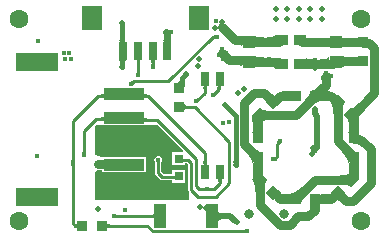
<source format=gbl>
G04*
G04 #@! TF.GenerationSoftware,Altium Limited,Altium Designer,20.0.2 (26)*
G04*
G04 Layer_Physical_Order=4*
G04 Layer_Color=16711680*
%FSLAX25Y25*%
%MOIN*%
G70*
G01*
G75*
%ADD13C,0.01000*%
%ADD20R,0.03500X0.03500*%
%ADD21R,0.03500X0.03500*%
%ADD32R,0.03150X0.03150*%
%ADD34C,0.01968*%
%ADD36C,0.01500*%
%ADD37C,0.03000*%
%ADD40C,0.02362*%
%ADD43C,0.03150*%
%ADD44C,0.01968*%
%ADD45C,0.01500*%
%ADD46C,0.01575*%
%ADD47C,0.06299*%
%ADD48R,0.03150X0.06299*%
%ADD49R,0.07087X0.07874*%
%ADD50R,0.02992X0.05000*%
%ADD51R,0.03937X0.03740*%
%ADD52P,0.04950X4X360.0*%
%ADD53P,0.04950X4X90.0*%
%ADD54R,0.04488X0.03937*%
%ADD55R,0.03937X0.07874*%
%ADD56R,0.13386X0.03937*%
%ADD57R,0.14173X0.05906*%
G36*
X41108Y70266D02*
X39608Y70050D01*
X39608Y70161D01*
X39583Y70567D01*
X39574Y70618D01*
X39564Y70659D01*
X39552Y70690D01*
X39538Y70710D01*
X41088Y70825D01*
X41108Y70266D01*
D02*
G37*
G36*
X71481Y66400D02*
X71452Y66419D01*
X71416Y66436D01*
X71375Y66451D01*
X71328Y66464D01*
X71275Y66475D01*
X71216Y66484D01*
X71081Y66496D01*
X70922Y66500D01*
Y67500D01*
X71005Y67501D01*
X71216Y67516D01*
X71275Y67525D01*
X71328Y67536D01*
X71375Y67549D01*
X71416Y67564D01*
X71452Y67581D01*
X71481Y67600D01*
Y66400D01*
D02*
G37*
G36*
X56659Y67351D02*
X56751Y66028D01*
X56792Y65816D01*
X56842Y65650D01*
X56899Y65532D01*
X56964Y65461D01*
X57037Y65438D01*
X53911D01*
X53984Y65461D01*
X54049Y65532D01*
X54106Y65650D01*
X54155Y65816D01*
X54198Y66028D01*
X54232Y66288D01*
X54278Y66949D01*
X54293Y67800D01*
X56655D01*
X56659Y67351D01*
D02*
G37*
G36*
X41116Y66653D02*
X41138Y66398D01*
X41176Y66173D01*
X41228Y65978D01*
X41296Y65813D01*
X41378Y65678D01*
X41476Y65573D01*
X41588Y65498D01*
X41716Y65453D01*
X41858Y65438D01*
X39147D01*
X39235Y65453D01*
X39313Y65498D01*
X39382Y65573D01*
X39442Y65678D01*
X39493Y65813D01*
X39535Y65978D01*
X39567Y66173D01*
X39590Y66398D01*
X39608Y66938D01*
X41108D01*
X41116Y66653D01*
D02*
G37*
G36*
X80299Y67303D02*
Y63601D01*
X80277Y63736D01*
X80211Y63858D01*
X80100Y63965D01*
X79945Y64058D01*
X79746Y64136D01*
X79502Y64201D01*
X79214Y64251D01*
X78882Y64286D01*
X78085Y64315D01*
Y67315D01*
X80299Y67303D01*
D02*
G37*
G36*
X51558Y59164D02*
X51473Y59134D01*
X51398Y59083D01*
X51333Y59013D01*
X51278Y58921D01*
X51233Y58810D01*
X51198Y58679D01*
X51173Y58527D01*
X51158Y58355D01*
X51153Y58162D01*
X50153D01*
X50148Y58355D01*
X50133Y58527D01*
X50108Y58679D01*
X50073Y58810D01*
X50028Y58921D01*
X49973Y59013D01*
X49908Y59083D01*
X49833Y59134D01*
X49748Y59164D01*
X49653Y59174D01*
X51653D01*
X51558Y59164D01*
D02*
G37*
G36*
X51154Y57727D02*
X51169Y57515D01*
X51178Y57456D01*
X51189Y57403D01*
X51202Y57356D01*
X51217Y57315D01*
X51234Y57280D01*
X51253Y57250D01*
X50053D01*
X50072Y57280D01*
X50089Y57315D01*
X50104Y57356D01*
X50117Y57403D01*
X50128Y57456D01*
X50137Y57515D01*
X50149Y57650D01*
X50153Y57809D01*
X51153D01*
X51154Y57727D01*
D02*
G37*
G36*
X41847Y59159D02*
X41720Y59113D01*
X41607Y59037D01*
X41510Y58931D01*
X41427Y58795D01*
X41360Y58629D01*
X41307Y58432D01*
X41270Y58206D01*
X41247Y57949D01*
X41240Y57662D01*
X41234D01*
X41219Y57245D01*
X39670Y57360D01*
X39683Y57380D01*
X39695Y57411D01*
X39705Y57452D01*
X39714Y57503D01*
X39728Y57635D01*
X39737Y57804D01*
X39734Y57947D01*
X39686Y58427D01*
X39645Y58622D01*
X39592Y58787D01*
X39526Y58922D01*
X39450Y59027D01*
X39361Y59102D01*
X39260Y59147D01*
X39147Y59162D01*
X41990Y59174D01*
X41847Y59159D01*
D02*
G37*
G36*
X80299Y60610D02*
Y56697D01*
X80269Y56873D01*
X80179Y57030D01*
X80029Y57169D01*
X79819Y57289D01*
X79549Y57391D01*
X79219Y57474D01*
X78829Y57539D01*
X78379Y57585D01*
X77299Y57622D01*
Y60622D01*
X80299Y60610D01*
D02*
G37*
G36*
X61739Y53526D02*
X61723Y53520D01*
X61700Y53506D01*
X61670Y53484D01*
X61589Y53415D01*
X61342Y53180D01*
X61262Y53101D01*
X61181Y53182D01*
X61169Y51688D01*
X58931Y51676D01*
X59074Y51692D01*
X59202Y51738D01*
X59314Y51814D01*
X59412Y51920D01*
X59494Y52056D01*
X59562Y52222D01*
X59614Y52419D01*
X59651Y52645D01*
X59674Y52901D01*
X59681Y53188D01*
X61176D01*
X60201Y54162D01*
X60280Y54242D01*
X60620Y54623D01*
X60625Y54639D01*
X61739Y53526D01*
D02*
G37*
G36*
X44398Y51660D02*
X44341Y51601D01*
X44202Y51441D01*
X44167Y51393D01*
X44137Y51348D01*
X44113Y51305D01*
X44094Y51266D01*
X44082Y51229D01*
X44074Y51194D01*
X43226Y52043D01*
X43260Y52050D01*
X43297Y52063D01*
X43337Y52082D01*
X43379Y52106D01*
X43424Y52135D01*
X43472Y52171D01*
X43576Y52258D01*
X43691Y52367D01*
X44398Y51660D01*
D02*
G37*
G36*
X73530Y50315D02*
X73457Y50287D01*
X73393Y50240D01*
X73338Y50174D01*
X73291Y50089D01*
X73252Y49986D01*
X73223Y49864D01*
X73201Y49724D01*
X73189Y49564D01*
X73184Y49386D01*
X72184D01*
X72180Y49564D01*
X72167Y49724D01*
X72146Y49864D01*
X72116Y49986D01*
X72078Y50089D01*
X72031Y50174D01*
X71975Y50240D01*
X71912Y50287D01*
X71839Y50315D01*
X71758Y50324D01*
X73611D01*
X73530Y50315D01*
D02*
G37*
G36*
X68937Y50314D02*
X68852Y50283D01*
X68777Y50233D01*
X68712Y50162D01*
X68656Y50071D01*
X68612Y49960D01*
X68577Y49828D01*
X68551Y49676D01*
X68537Y49504D01*
X68532Y49312D01*
X67532D01*
X67527Y49504D01*
X67511Y49676D01*
X67487Y49828D01*
X67452Y49960D01*
X67406Y50071D01*
X67352Y50162D01*
X67286Y50233D01*
X67212Y50283D01*
X67127Y50314D01*
X67032Y50324D01*
X69032D01*
X68937Y50314D01*
D02*
G37*
G36*
X71833Y47828D02*
X71777Y47769D01*
X71681Y47659D01*
X71642Y47606D01*
X71609Y47556D01*
X71582Y47508D01*
X71561Y47463D01*
X71545Y47419D01*
X71536Y47378D01*
X71533Y47338D01*
X70618Y48081D01*
X70635Y48087D01*
X70656Y48099D01*
X70682Y48117D01*
X70713Y48141D01*
X70835Y48249D01*
X71002Y48410D01*
X71833Y47828D01*
D02*
G37*
G36*
X47719Y48105D02*
X47749Y48020D01*
X47798Y47945D01*
X47868Y47880D01*
X47958Y47825D01*
X48068Y47780D01*
X48199Y47745D01*
X48349Y47720D01*
X48518Y47705D01*
X48709Y47700D01*
Y46700D01*
X48518Y46695D01*
X48349Y46680D01*
X48199Y46655D01*
X48068Y46620D01*
X47958Y46575D01*
X47868Y46520D01*
X47798Y46455D01*
X47749Y46380D01*
X47719Y46295D01*
X47708Y46200D01*
Y48200D01*
X47719Y48105D01*
D02*
G37*
G36*
X34359Y46200D02*
X34348Y46295D01*
X34318Y46380D01*
X34268Y46455D01*
X34197Y46520D01*
X34106Y46575D01*
X33994Y46620D01*
X33863Y46655D01*
X33711Y46680D01*
X33539Y46695D01*
X33347Y46700D01*
Y47700D01*
X33539Y47705D01*
X33711Y47720D01*
X33863Y47745D01*
X33994Y47780D01*
X34106Y47825D01*
X34197Y47880D01*
X34268Y47945D01*
X34318Y48020D01*
X34348Y48105D01*
X34359Y48200D01*
Y46200D01*
D02*
G37*
G36*
X66198Y45760D02*
X66141Y45701D01*
X66002Y45541D01*
X65967Y45493D01*
X65937Y45448D01*
X65913Y45405D01*
X65895Y45366D01*
X65882Y45329D01*
X65874Y45294D01*
X65026Y46143D01*
X65060Y46150D01*
X65097Y46163D01*
X65137Y46181D01*
X65179Y46206D01*
X65224Y46235D01*
X65272Y46271D01*
X65376Y46358D01*
X65491Y46467D01*
X66198Y45760D01*
D02*
G37*
G36*
X75580Y44223D02*
X75594Y44200D01*
X75616Y44170D01*
X75685Y44089D01*
X75920Y43842D01*
X75999Y43762D01*
X74938Y42701D01*
X74858Y42780D01*
X74477Y43120D01*
X74461Y43126D01*
X75574Y44239D01*
X75580Y44223D01*
D02*
G37*
G36*
X61180Y44355D02*
X61209Y44270D01*
X61260Y44195D01*
X61330Y44130D01*
X61419Y44075D01*
X61529Y44030D01*
X61659Y43995D01*
X61809Y43970D01*
X61980Y43955D01*
X62169Y43950D01*
Y42950D01*
X61980Y42945D01*
X61809Y42930D01*
X61659Y42905D01*
X61529Y42870D01*
X61419Y42825D01*
X61330Y42770D01*
X61260Y42705D01*
X61209Y42630D01*
X61180Y42545D01*
X61169Y42450D01*
Y44450D01*
X61180Y44355D01*
D02*
G37*
G36*
X34359Y38638D02*
X34348Y38733D01*
X34318Y38818D01*
X34268Y38893D01*
X34197Y38958D01*
X34106Y39013D01*
X33994Y39058D01*
X33863Y39093D01*
X33711Y39118D01*
X33539Y39133D01*
X33347Y39138D01*
Y40138D01*
X33539Y40143D01*
X33711Y40158D01*
X33863Y40183D01*
X33994Y40218D01*
X34106Y40263D01*
X34197Y40318D01*
X34268Y40383D01*
X34318Y40458D01*
X34348Y40543D01*
X34359Y40638D01*
Y38638D01*
D02*
G37*
G36*
X47719Y40105D02*
X47749Y40020D01*
X47798Y39945D01*
X47868Y39880D01*
X47958Y39825D01*
X48068Y39780D01*
X48199Y39745D01*
X48349Y39720D01*
X48518Y39705D01*
X48709Y39700D01*
Y38700D01*
X48518Y38695D01*
X48349Y38680D01*
X48199Y38655D01*
X48068Y38620D01*
X47958Y38575D01*
X47868Y38520D01*
X47798Y38455D01*
X47749Y38380D01*
X47719Y38295D01*
X47708Y38200D01*
Y40200D01*
X47719Y40105D01*
D02*
G37*
G36*
X28023Y28565D02*
X28038Y28353D01*
X28047Y28294D01*
X28058Y28241D01*
X28071Y28194D01*
X28086Y28153D01*
X28103Y28118D01*
X28122Y28088D01*
X26922D01*
X26941Y28118D01*
X26958Y28153D01*
X26973Y28194D01*
X26986Y28241D01*
X26997Y28294D01*
X27006Y28353D01*
X27018Y28488D01*
X27022Y28647D01*
X28022D01*
X28023Y28565D01*
D02*
G37*
G36*
X24482Y25910D02*
X24482Y25826D01*
X24498Y25558D01*
X24506Y25508D01*
X24515Y25465D01*
X24525Y25428D01*
X24537Y25398D01*
X24550Y25375D01*
X23363Y25439D01*
X23385Y25469D01*
X23405Y25506D01*
X23423Y25548D01*
X23439Y25595D01*
X23452Y25648D01*
X23462Y25707D01*
X23477Y25842D01*
X23480Y25918D01*
X23482Y26000D01*
X24482Y25910D01*
D02*
G37*
G36*
X78950Y25316D02*
X78980Y24806D01*
X78987Y24791D01*
X77413D01*
X77420Y24806D01*
X77426Y24832D01*
X77432Y24869D01*
X77441Y24975D01*
X77450Y25316D01*
X77450Y25428D01*
X78950D01*
X78950Y25316D01*
D02*
G37*
G36*
X68461Y25298D02*
X68476Y25128D01*
X68501Y24978D01*
X68536Y24848D01*
X68581Y24738D01*
X68636Y24648D01*
X68701Y24578D01*
X68776Y24528D01*
X68861Y24498D01*
X68956Y24488D01*
X66956D01*
X67051Y24498D01*
X67136Y24528D01*
X67211Y24578D01*
X67276Y24648D01*
X67331Y24738D01*
X67376Y24848D01*
X67411Y24978D01*
X67436Y25128D01*
X67451Y25298D01*
X67456Y25488D01*
X68456D01*
X68461Y25298D01*
D02*
G37*
G36*
X24512Y24470D02*
X24495Y24435D01*
X24480Y24394D01*
X24467Y24347D01*
X24456Y24294D01*
X24448Y24235D01*
X24435Y24100D01*
X24431Y23941D01*
X23431D01*
X23430Y24023D01*
X23415Y24235D01*
X23407Y24294D01*
X23396Y24347D01*
X23383Y24394D01*
X23368Y24435D01*
X23351Y24470D01*
X23332Y24500D01*
X24531D01*
X24512Y24470D01*
D02*
G37*
G36*
X33835Y37576D02*
Y37506D01*
X40863D01*
X51600Y37400D01*
X52290D01*
X60815Y28875D01*
X60608Y28375D01*
X57157D01*
Y24225D01*
X61306D01*
Y24880D01*
X61909D01*
X62412Y24378D01*
Y16000D01*
X62489Y15610D01*
X62600Y15445D01*
Y12600D01*
X31500D01*
X31400Y12700D01*
Y22010D01*
X31900Y22421D01*
X32200Y22361D01*
X33835D01*
Y21758D01*
X48221D01*
Y26695D01*
X33850D01*
X33828Y26728D01*
X33402Y27013D01*
X32900Y27113D01*
X32404Y27014D01*
X32328Y27128D01*
X31902Y27413D01*
X31400Y27513D01*
Y37245D01*
X31755Y37596D01*
X33835Y37576D01*
D02*
G37*
G36*
X73861Y19514D02*
X73776Y19484D01*
X73701Y19433D01*
X73636Y19362D01*
X73581Y19271D01*
X73536Y19160D01*
X73501Y19028D01*
X73476Y18876D01*
X73461Y18704D01*
X73456Y18512D01*
X72456D01*
X72451Y18704D01*
X72436Y18876D01*
X72411Y19028D01*
X72376Y19160D01*
X72331Y19271D01*
X72276Y19362D01*
X72211Y19433D01*
X72136Y19484D01*
X72051Y19514D01*
X71956Y19524D01*
X73956D01*
X73861Y19514D01*
D02*
G37*
G36*
X69088Y16709D02*
X69124Y16686D01*
X69165Y16666D01*
X69213Y16648D01*
X69266Y16634D01*
X69324Y16622D01*
X69389Y16612D01*
X69534Y16601D01*
X69616Y16600D01*
X69432Y15600D01*
X69346Y15600D01*
X68968Y15577D01*
X68945Y15572D01*
X68930Y15565D01*
X68532Y16069D01*
X68133Y15565D01*
X68118Y15572D01*
X68095Y15577D01*
X67717Y15600D01*
X67632Y15600D01*
X67447Y16600D01*
X67528Y16601D01*
X67674Y16612D01*
X67739Y16622D01*
X67797Y16634D01*
X67851Y16648D01*
X67898Y16666D01*
X67939Y16686D01*
X67975Y16709D01*
X68006Y16735D01*
X68532Y16069D01*
X69058Y16735D01*
X69088Y16709D01*
D02*
G37*
G36*
X38111Y7681D02*
X38147Y7664D01*
X38188Y7649D01*
X38235Y7636D01*
X38288Y7625D01*
X38347Y7616D01*
X38482Y7604D01*
X38640Y7600D01*
Y6600D01*
X38558Y6599D01*
X38347Y6584D01*
X38288Y6575D01*
X38235Y6564D01*
X38188Y6551D01*
X38147Y6536D01*
X38111Y6519D01*
X38082Y6500D01*
Y7700D01*
X38111Y7681D01*
D02*
G37*
G36*
X51026Y6100D02*
X51016Y6195D01*
X50985Y6280D01*
X50934Y6355D01*
X50864Y6420D01*
X50773Y6475D01*
X50661Y6520D01*
X50530Y6555D01*
X50378Y6580D01*
X50206Y6595D01*
X50014Y6600D01*
Y7600D01*
X50206Y7605D01*
X50378Y7620D01*
X50530Y7645D01*
X50661Y7680D01*
X50773Y7725D01*
X50864Y7780D01*
X50934Y7845D01*
X50985Y7920D01*
X51016Y8005D01*
X51026Y8100D01*
Y6100D01*
D02*
G37*
G36*
X72257Y8882D02*
X72317Y8714D01*
X72416Y8567D01*
X72554Y8439D01*
X72733Y8330D01*
X72950Y8242D01*
X73208Y8173D01*
X73505Y8124D01*
X73842Y8094D01*
X74218Y8084D01*
Y6116D01*
X73842Y6106D01*
X73505Y6076D01*
X73208Y6027D01*
X72950Y5958D01*
X72733Y5870D01*
X72554Y5761D01*
X72416Y5633D01*
X72317Y5486D01*
X72257Y5319D01*
X72237Y5131D01*
Y9069D01*
X72257Y8882D01*
D02*
G37*
G36*
X25355Y3388D02*
X25349Y3409D01*
X25330Y3428D01*
X25299Y3445D01*
X25256Y3460D01*
X25199Y3472D01*
X25131Y3482D01*
X24956Y3495D01*
X24732Y3500D01*
Y4500D01*
X24850Y4501D01*
X25199Y4528D01*
X25256Y4540D01*
X25299Y4555D01*
X25330Y4572D01*
X25349Y4591D01*
X25355Y4612D01*
Y3388D01*
D02*
G37*
G36*
X35318Y4905D02*
X35348Y4820D01*
X35399Y4745D01*
X35469Y4680D01*
X35561Y4625D01*
X35672Y4580D01*
X35803Y4545D01*
X35955Y4520D01*
X36127Y4505D01*
X36320Y4500D01*
Y3500D01*
X36127Y3495D01*
X35955Y3480D01*
X35803Y3455D01*
X35672Y3420D01*
X35561Y3375D01*
X35469Y3320D01*
X35399Y3255D01*
X35348Y3180D01*
X35318Y3095D01*
X35307Y3000D01*
Y5000D01*
X35318Y4905D01*
D02*
G37*
G36*
X91575Y64142D02*
X91545Y64086D01*
X91455Y64036D01*
X91305Y63991D01*
X91095Y63953D01*
X90825Y63920D01*
X90105Y63873D01*
X88575Y63846D01*
Y66847D01*
X89145Y66857D01*
X90105Y66938D01*
X90495Y67008D01*
X90825Y67099D01*
X91095Y67211D01*
X91305Y67342D01*
X91455Y67494D01*
X91545Y67666D01*
X91575Y67858D01*
Y64142D01*
D02*
G37*
G36*
X84794Y67216D02*
X84884Y67139D01*
X85034Y67070D01*
X85244Y67011D01*
X85514Y66961D01*
X85844Y66919D01*
X86684Y66865D01*
X87764Y66847D01*
Y63846D01*
X87194Y63842D01*
X85514Y63732D01*
X85244Y63682D01*
X85034Y63623D01*
X84884Y63554D01*
X84794Y63477D01*
X84764Y63390D01*
Y67303D01*
X84794Y67216D01*
D02*
G37*
G36*
X113794Y60532D02*
X113884Y60463D01*
X114034Y60402D01*
X114244Y60349D01*
X114514Y60304D01*
X114844Y60267D01*
X115684Y60218D01*
X116404Y60207D01*
X118524Y60342D01*
X118674Y60385D01*
X118763Y60434D01*
X118793Y60488D01*
Y57012D01*
X118763Y57048D01*
X118674Y57080D01*
X118524Y57109D01*
X118314Y57134D01*
X117713Y57171D01*
X116179Y57196D01*
X114514Y57076D01*
X114244Y57020D01*
X114034Y56954D01*
X113884Y56879D01*
X113794Y56793D01*
X113764Y56697D01*
Y60610D01*
X113794Y60532D01*
D02*
G37*
G36*
X84794Y60523D02*
X84884Y60446D01*
X85034Y60377D01*
X85244Y60318D01*
X85514Y60268D01*
X85844Y60227D01*
X86684Y60172D01*
X87764Y60154D01*
Y57153D01*
X87194Y57149D01*
X85514Y57039D01*
X85244Y56989D01*
X85034Y56930D01*
X84884Y56861D01*
X84794Y56784D01*
X84764Y56697D01*
Y60610D01*
X84794Y60523D01*
D02*
G37*
G36*
X109299Y56697D02*
X109269Y56660D01*
X109179Y56626D01*
X109029Y56597D01*
X108819Y56571D01*
X108219Y56532D01*
X106299Y56500D01*
Y59500D01*
X106869Y59511D01*
X107829Y59600D01*
X108219Y59678D01*
X108549Y59777D01*
X108819Y59900D01*
X109029Y60044D01*
X109179Y60210D01*
X109269Y60399D01*
X109299Y60610D01*
Y56697D01*
D02*
G37*
G36*
X101817Y59790D02*
X101907Y59729D01*
X102057Y59676D01*
X102267Y59629D01*
X102537Y59589D01*
X103257Y59532D01*
X104787Y59500D01*
Y56500D01*
X104217Y56496D01*
X102267Y56371D01*
X102057Y56324D01*
X101907Y56271D01*
X101817Y56210D01*
X101787Y56142D01*
Y59858D01*
X101817Y59790D01*
D02*
G37*
G36*
X91575Y59858D02*
Y56142D01*
X91545Y56334D01*
X91455Y56506D01*
X91305Y56658D01*
X91095Y56789D01*
X90825Y56901D01*
X90495Y56992D01*
X90105Y57063D01*
X89655Y57113D01*
X89145Y57143D01*
X88575Y57153D01*
Y60154D01*
X91575Y59858D01*
D02*
G37*
G36*
X96587Y45506D02*
X96557Y45551D01*
X96467Y45592D01*
X96317Y45627D01*
X96107Y45658D01*
X95507Y45706D01*
X94157Y45742D01*
X93587Y45744D01*
Y48744D01*
X94157Y48746D01*
X96467Y48896D01*
X96557Y48937D01*
X96587Y48982D01*
Y45506D01*
D02*
G37*
G36*
X89126Y48776D02*
X89934Y48071D01*
X90150Y47918D01*
X90340Y47804D01*
X90502Y47731D01*
X90638Y47699D01*
X90747Y47707D01*
X90830Y47756D01*
X88372Y45298D01*
X88353Y45313D01*
X88301Y45362D01*
X86682Y46971D01*
X88803Y49092D01*
X89126Y48776D01*
D02*
G37*
G36*
X108684Y48982D02*
X108470Y48760D01*
X108993Y48746D01*
X109563Y48744D01*
Y45744D01*
X108993Y45742D01*
X106683Y45592D01*
X106593Y45551D01*
X106563Y45506D01*
X106284Y45485D01*
X105990Y45421D01*
X105681Y45315D01*
X105356Y45167D01*
X105017Y44976D01*
X104661Y44742D01*
X104291Y44467D01*
X103503Y43788D01*
X103087Y43385D01*
X100965Y45506D01*
X101368Y45923D01*
X102047Y46710D01*
X102323Y47080D01*
X102557Y47436D01*
X102747Y47776D01*
X102896Y48100D01*
X103002Y48410D01*
X103066Y48704D01*
X103087Y48982D01*
X103365Y49003D01*
X103659Y49067D01*
X103969Y49173D01*
X104293Y49321D01*
X104633Y49512D01*
X104988Y49746D01*
X105359Y50021D01*
X106146Y50700D01*
X106563Y51103D01*
X108684Y48982D01*
D02*
G37*
G36*
X121366Y42866D02*
X119288Y40702D01*
X116830Y43160D01*
X116907Y43125D01*
X117020Y43139D01*
X117170Y43201D01*
X117357Y43311D01*
X117580Y43470D01*
X117840Y43677D01*
X118469Y44236D01*
X119244Y44988D01*
X121366Y42866D01*
D02*
G37*
G36*
X114509Y45086D02*
X114347Y44833D01*
X114203Y44540D01*
X114078Y44205D01*
X113973Y43830D01*
X113887Y43413D01*
X113820Y42956D01*
X113743Y41920D01*
X113733Y41340D01*
X110733D01*
X110724Y41920D01*
X110647Y42956D01*
X110580Y43413D01*
X110494Y43830D01*
X110389Y44205D01*
X110264Y44540D01*
X110120Y44833D01*
X109958Y45086D01*
X109775Y45298D01*
X114691D01*
X114509Y45086D01*
D02*
G37*
G36*
X86445Y42978D02*
X86698Y42815D01*
X86992Y42671D01*
X87327Y42547D01*
X87702Y42441D01*
X88118Y42355D01*
X88575Y42288D01*
X89612Y42211D01*
X90191Y42202D01*
Y39202D01*
X89612Y39192D01*
X88575Y39116D01*
X88118Y39049D01*
X87702Y38962D01*
X87327Y38857D01*
X87248Y38828D01*
X87166Y38361D01*
X87091Y37680D01*
X87064Y36947D01*
X87184Y35108D01*
X87224Y35018D01*
X87270Y34988D01*
X83793D01*
X83839Y35018D01*
X83879Y35108D01*
X83915Y35258D01*
X83946Y35468D01*
X83993Y36068D01*
X84004Y36461D01*
X83776Y40702D01*
X86233Y40624D01*
Y43160D01*
X86445Y42978D01*
D02*
G37*
G36*
X119239Y40623D02*
X119195Y40490D01*
X119157Y40301D01*
X119124Y40058D01*
X119072Y39407D01*
X119033Y37536D01*
X119034Y37418D01*
X119184Y35108D01*
X119224Y35018D01*
X119270Y34988D01*
X115794D01*
X115839Y35018D01*
X115879Y35108D01*
X115915Y35258D01*
X115946Y35468D01*
X115993Y36068D01*
X116016Y36916D01*
X115897Y38361D01*
X115793Y38950D01*
X115659Y39447D01*
X115495Y39852D01*
X115301Y40165D01*
X115077Y40385D01*
X114823Y40514D01*
X114540Y40551D01*
X119288Y40702D01*
X119239Y40623D01*
D02*
G37*
G36*
X93137Y31558D02*
X93103Y31550D01*
X93066Y31537D01*
X93026Y31519D01*
X92984Y31494D01*
X92939Y31465D01*
X92891Y31429D01*
X92787Y31342D01*
X92672Y31233D01*
X91965Y31940D01*
X92022Y31999D01*
X92161Y32159D01*
X92196Y32207D01*
X92226Y32252D01*
X92250Y32295D01*
X92269Y32334D01*
X92282Y32371D01*
X92289Y32406D01*
X93137Y31558D01*
D02*
G37*
G36*
X92034Y26332D02*
X91293Y25846D01*
X90937Y26885D01*
X90971Y26874D01*
X91008Y26871D01*
X91048Y26875D01*
X91090Y26887D01*
X91135Y26906D01*
X91184Y26933D01*
X91234Y26967D01*
X91288Y27009D01*
X91344Y27058D01*
X91404Y27115D01*
X92034Y26332D01*
D02*
G37*
G36*
X116210Y30206D02*
X116997Y29527D01*
X117368Y29252D01*
X117723Y29018D01*
X118063Y28827D01*
X118388Y28679D01*
X118697Y28573D01*
X118991Y28509D01*
X119270Y28488D01*
X115794Y25012D01*
X119270D01*
X119224Y24982D01*
X119184Y24892D01*
X119148Y24742D01*
X119117Y24532D01*
X119070Y23932D01*
X119059Y23539D01*
X119288Y19298D01*
X116830Y19376D01*
Y16840D01*
X116618Y17022D01*
X116365Y17185D01*
X116071Y17329D01*
X115736Y17453D01*
X115361Y17559D01*
X114945Y17645D01*
X114488Y17712D01*
X113451Y17788D01*
X112872Y17798D01*
Y20798D01*
X113451Y20808D01*
X114488Y20884D01*
X114945Y20951D01*
X115361Y21038D01*
X115736Y21143D01*
X115814Y21172D01*
X115897Y21639D01*
X115972Y22320D01*
X115999Y23053D01*
X115879Y24892D01*
X115839Y24982D01*
X115794Y25012D01*
X115772Y25291D01*
X115709Y25585D01*
X115603Y25894D01*
X115454Y26218D01*
X115263Y26558D01*
X115030Y26914D01*
X114754Y27284D01*
X114075Y28071D01*
X113672Y28488D01*
X115794Y30609D01*
X116210Y30206D01*
D02*
G37*
G36*
X84210D02*
X84997Y29527D01*
X85368Y29252D01*
X85723Y29018D01*
X86063Y28827D01*
X86388Y28679D01*
X86697Y28573D01*
X86991Y28509D01*
X87270Y28488D01*
X83793Y25012D01*
X87270D01*
X87224Y24982D01*
X87184Y24892D01*
X87148Y24742D01*
X87117Y24532D01*
X87070Y23932D01*
X87047Y23084D01*
X87166Y21639D01*
X87270Y21050D01*
X87404Y20553D01*
X87568Y20148D01*
X87762Y19835D01*
X87986Y19614D01*
X88240Y19486D01*
X88523Y19449D01*
X83776Y19298D01*
X88691D01*
X88509Y19086D01*
X88346Y18833D01*
X88203Y18540D01*
X88078Y18205D01*
X87973Y17830D01*
X87887Y17413D01*
X87820Y16956D01*
X87743Y15920D01*
X87733Y15340D01*
X84733D01*
X84724Y15920D01*
X84647Y16956D01*
X84580Y17413D01*
X84494Y17830D01*
X84389Y18205D01*
X84264Y18540D01*
X84120Y18833D01*
X83957Y19086D01*
X83776Y19298D01*
X83824Y19392D01*
X83868Y19570D01*
X83906Y19834D01*
X83968Y20615D01*
X84018Y22749D01*
X83879Y24892D01*
X83839Y24982D01*
X83793Y25012D01*
X83772Y25291D01*
X83709Y25585D01*
X83603Y25894D01*
X83454Y26218D01*
X83263Y26558D01*
X83030Y26914D01*
X82754Y27284D01*
X82075Y28071D01*
X81672Y28488D01*
X83793Y30609D01*
X84210Y30206D01*
D02*
G37*
G36*
X114706Y14690D02*
X114747Y14652D01*
X116022Y13389D01*
X113900Y11267D01*
X113646Y11516D01*
X113013Y12071D01*
X112844Y12193D01*
X112696Y12284D01*
X112569Y12342D01*
X112464Y12369D01*
X112380Y12364D01*
X112317Y12328D01*
X114691Y14702D01*
X114706Y14690D01*
D02*
G37*
G36*
X106593Y14685D02*
X106683Y14645D01*
X106833Y14609D01*
X107043Y14578D01*
X107643Y14530D01*
X108993Y14494D01*
X109563Y14492D01*
Y11492D01*
X108993Y11490D01*
X106683Y11340D01*
X106593Y11299D01*
X106563Y11254D01*
Y14730D01*
X106593Y14685D01*
D02*
G37*
G36*
X102184Y14730D02*
X101781Y14313D01*
X101102Y13526D01*
X100827Y13156D01*
X100593Y12800D01*
X100402Y12461D01*
X100254Y12136D01*
X100148Y11827D01*
X100084Y11533D01*
X100063Y11254D01*
X96587Y14730D01*
X96865Y14751D01*
X97159Y14815D01*
X97469Y14921D01*
X97793Y15069D01*
X98133Y15260D01*
X98488Y15494D01*
X98859Y15770D01*
X99646Y16448D01*
X100063Y16851D01*
X102184Y14730D01*
D02*
G37*
G36*
X96587Y11254D02*
X96557Y11299D01*
X96467Y11340D01*
X96317Y11376D01*
X96107Y11406D01*
X95507Y11454D01*
X94157Y11490D01*
X93587Y11492D01*
Y14492D01*
X94157Y14494D01*
X96467Y14645D01*
X96557Y14685D01*
X96587Y14730D01*
Y11254D01*
D02*
G37*
G36*
X106443Y11246D02*
X106366Y11187D01*
X106298Y11088D01*
X106239Y10951D01*
X106188Y10774D01*
X106148Y10557D01*
X106116Y10302D01*
X106079Y9673D01*
X106075Y9299D01*
X103075D01*
X103087Y11254D01*
X106530Y11266D01*
X106443Y11246D01*
D02*
G37*
G36*
X81618Y1563D02*
X81589Y1582D01*
X81553Y1599D01*
X81512Y1614D01*
X81465Y1627D01*
X81412Y1638D01*
X81353Y1647D01*
X81218Y1659D01*
X81059Y1663D01*
Y2663D01*
X81142Y2664D01*
X81353Y2679D01*
X81412Y2688D01*
X81465Y2699D01*
X81512Y2712D01*
X81553Y2727D01*
X81589Y2744D01*
X81618Y2763D01*
Y1563D01*
D02*
G37*
%LPC*%
G36*
X52431Y27174D02*
X51944Y27077D01*
X51530Y26801D01*
X51254Y26388D01*
X51157Y25900D01*
X51254Y25412D01*
X51412Y25176D01*
Y21600D01*
X51490Y21210D01*
X51710Y20879D01*
X53110Y19479D01*
X53441Y19258D01*
X53831Y19180D01*
X57157D01*
Y18320D01*
X61306D01*
Y22469D01*
X57157D01*
Y21220D01*
X54254D01*
X53451Y22022D01*
Y25176D01*
X53609Y25412D01*
X53706Y25900D01*
X53609Y26388D01*
X53333Y26801D01*
X52919Y27077D01*
X52431Y27174D01*
D02*
G37*
%LPD*%
D13*
X45632Y54307D02*
Y62300D01*
X45753Y54050D02*
Y54185D01*
X45632Y54307D02*
X45753Y54185D01*
X66031Y16100D02*
X71031D01*
X51932Y39200D02*
X64931Y26200D01*
X41327Y39200D02*
X51932D01*
X64931Y17200D02*
Y26200D01*
X62331Y25900D02*
X63432Y24800D01*
X59632Y25900D02*
X62331D01*
X63432Y16000D02*
Y24800D01*
X59232Y26300D02*
X59632Y25900D01*
X70531Y67000D02*
X71931D01*
X55831Y52300D02*
X70531Y67000D01*
X44331Y52300D02*
X55831D01*
X43332Y51300D02*
X44331Y52300D01*
X27522Y27638D02*
Y35438D01*
X92032Y31300D02*
X93032Y32300D01*
X70783Y47349D02*
Y47484D01*
X72684Y49386D01*
Y52528D02*
X72956Y52800D01*
X72684Y49386D02*
Y52528D01*
X23932Y4800D02*
Y24950D01*
Y4800D02*
X24732Y4000D01*
X27082D01*
X27522Y35438D02*
X31722Y39638D01*
X23981Y25000D02*
Y38950D01*
X23932Y24950D02*
X23981Y25000D01*
X41128Y39399D02*
X41327Y39200D01*
X23981Y38950D02*
X32232Y47200D01*
X41054D02*
X41128Y47273D01*
X32232Y47200D02*
X41054D01*
X41128Y47273D02*
X41201Y47200D01*
X48932D02*
X67956Y28176D01*
X41201Y47200D02*
X48932D01*
X50587Y2163D02*
X82069D01*
X48750Y4000D02*
X50587Y2163D01*
X33582Y4000D02*
X48750D01*
X37631Y7100D02*
X52970D01*
X37332D02*
X37631D01*
X65832Y13600D02*
X71631D01*
X76131Y18100D02*
Y31900D01*
X71631Y13600D02*
X76131Y18100D01*
X59431Y43450D02*
X64582D01*
X76131Y31900D01*
X63432Y16000D02*
X65832Y13600D01*
X71031Y16100D02*
X72956Y18024D01*
X64931Y17200D02*
X66031Y16100D01*
X59037Y20200D02*
X59232Y20394D01*
X53831Y20200D02*
X59037D01*
X52431Y21600D02*
Y25900D01*
Y21600D02*
X53831Y20200D01*
X67956Y22000D02*
Y28176D01*
X92032Y27036D02*
Y31300D01*
X90727Y26296D02*
X91291D01*
X92032Y27036D01*
X90632Y26200D02*
X90727Y26296D01*
X50653Y56800D02*
Y62200D01*
X50553Y62300D02*
X50653Y62200D01*
X72956Y18024D02*
Y22000D01*
X40691Y39638D02*
X41028Y39975D01*
X31722Y39638D02*
X40691D01*
X67956Y52800D02*
X68032Y52724D01*
X65131Y45400D02*
X68032Y48300D01*
Y52724D01*
D20*
X33582Y4000D02*
D03*
X27082D02*
D03*
X98325Y12992D02*
D03*
X104825D02*
D03*
Y47244D02*
D03*
X98325D02*
D03*
D21*
X59431Y49950D02*
D03*
Y43450D02*
D03*
X117532Y26750D02*
D03*
Y33250D02*
D03*
X85532D02*
D03*
Y26750D02*
D03*
X120531Y58750D02*
D03*
Y65250D02*
D03*
D32*
X59232Y26300D02*
D03*
Y20394D02*
D03*
D34*
X70293Y7100D02*
X76200D01*
X77900Y5400D01*
X104300Y28700D02*
X104800Y29200D01*
X105300Y29900D02*
Y40600D01*
X104700Y41200D02*
Y42800D01*
Y41200D02*
X105300Y40600D01*
D36*
X78200Y24200D02*
Y40500D01*
X74600Y44100D02*
X78200Y40500D01*
X60431Y53332D02*
X61600Y54500D01*
X60431Y50950D02*
Y53332D01*
X59431Y49950D02*
X60431Y50950D01*
X40490Y62079D02*
X40710Y62300D01*
X40490Y56790D02*
Y62079D01*
X40400Y56700D02*
X40490Y56790D01*
X40358Y62652D02*
X40710Y62300D01*
X40358Y62652D02*
Y71280D01*
X40269Y71370D02*
X40358Y71280D01*
D37*
X117532Y33250D02*
Y41154D01*
X99831Y66000D02*
X100484Y65346D01*
X73600Y61600D02*
X76078Y59122D01*
X82063D02*
X82531Y58653D01*
X76078Y59122D02*
X82063D01*
X73700Y70200D02*
X78085Y65815D01*
X82063D02*
X82531Y65346D01*
X78085Y65815D02*
X82063D01*
X32200Y24400D02*
X40854D01*
X41028Y24227D01*
X92913Y4331D02*
X96260D01*
X86233Y11011D02*
X92913Y4331D01*
X86233Y11011D02*
Y19298D01*
X96260Y4331D02*
X99016Y7087D01*
X86233Y19298D02*
Y19652D01*
X108431Y50851D02*
Y54000D01*
X104825Y47244D02*
X108431Y50851D01*
X99831Y58000D02*
X110602D01*
X111256Y58653D01*
X111531D01*
X104631Y19298D02*
X116830D01*
X98325Y12992D02*
X104631Y19298D01*
X112233Y32048D02*
Y45298D01*
Y32048D02*
X117532Y26750D01*
X86233Y40702D02*
X98283D01*
X104825Y47244D01*
X90476Y45298D02*
X90830D01*
X87743Y48031D02*
X90476Y45298D01*
X84252Y48031D02*
X87743D01*
X81102Y44882D02*
X84252Y48031D01*
X81102Y31179D02*
Y44882D01*
Y31179D02*
X85532Y26750D01*
X99016Y7087D02*
X102362D01*
X104575Y9299D01*
Y12742D02*
X104825Y12992D01*
X104575Y9299D02*
Y12742D01*
X117532Y33250D02*
X117781Y33000D01*
X119160D01*
X119511Y32649D01*
X120107D01*
X123228Y29528D01*
Y18110D02*
Y29528D01*
X112587Y14702D02*
X114961Y12328D01*
X117446D01*
X123228Y18110D01*
X112233Y14702D02*
X112587D01*
X111880D02*
X112233D01*
X117532Y41154D02*
X124409Y48031D01*
X120782Y65000D02*
X122652D01*
X124409Y63243D01*
Y48031D02*
Y63243D01*
X120531Y65250D02*
X120782Y65000D01*
X111531Y58653D02*
X111580Y58702D01*
X120483D01*
X120531Y58750D01*
X111531Y65346D02*
X111580Y65298D01*
X120483D01*
X120531Y65250D01*
X100484Y65346D02*
X111531D01*
X82531Y58653D02*
X92779D01*
X93433Y58000D01*
X93532D01*
X82531Y65346D02*
X92779D01*
X93433Y66000D01*
X93532D01*
X90830Y45298D02*
X90995D01*
X92940Y47244D01*
X98325D01*
X92893Y12992D02*
X98325D01*
X91183Y14702D02*
X92893Y12992D01*
X90830Y14702D02*
X91183D01*
X110170Y12992D02*
X111880Y14702D01*
X104825Y12992D02*
X110170D01*
X104825Y47244D02*
X110123D01*
X112068Y45298D01*
X112233D01*
X85532Y33250D02*
Y39646D01*
X86233Y40348D01*
Y40702D01*
X85532Y20354D02*
Y26750D01*
Y20354D02*
X86233Y19652D01*
X117532Y20354D02*
Y26750D01*
X116830Y19652D02*
X117532Y20354D01*
X116830Y19298D02*
Y19652D01*
D40*
X55474Y62300D02*
Y68026D01*
X55100Y68400D02*
X55474Y68026D01*
D43*
X94437Y8000D02*
D03*
X82626D02*
D03*
D44*
X68500Y9800D02*
D03*
X66400Y10300D02*
D03*
X78700Y5300D02*
D03*
X105300Y40600D02*
D03*
X104100Y29900D02*
D03*
X103800Y27900D02*
D03*
X104700Y42800D02*
D03*
X71400Y70000D02*
D03*
X73700Y72000D02*
D03*
X66000Y59500D02*
D03*
X65700Y57267D02*
D03*
X104800Y56600D02*
D03*
X106300Y58100D02*
D03*
X103100Y58000D02*
D03*
X80900Y49400D02*
D03*
X79100Y48300D02*
D03*
X106900Y76300D02*
D03*
X107000Y73000D02*
D03*
X103100Y76300D02*
D03*
X103150Y73000D02*
D03*
X99300Y76300D02*
D03*
X95450Y73000D02*
D03*
X95500Y76300D02*
D03*
X91700D02*
D03*
X99300Y73000D02*
D03*
X91600D02*
D03*
X78200Y24200D02*
D03*
X74600Y44100D02*
D03*
X61600Y54500D02*
D03*
X32500Y9400D02*
D03*
X40400Y56700D02*
D03*
X40269Y71370D02*
D03*
D45*
X71931Y67000D02*
D03*
X43332Y51300D02*
D03*
X27522Y27638D02*
D03*
X93032Y32300D02*
D03*
X70783Y47349D02*
D03*
X23932Y24950D02*
D03*
X68532Y16200D02*
D03*
X45753Y54050D02*
D03*
X82069Y2163D02*
D03*
X37631Y7100D02*
D03*
X52431Y25900D02*
D03*
X107231Y53300D02*
D03*
X109932Y53900D02*
D03*
X108731Y52200D02*
D03*
X108431Y54900D02*
D03*
X90632Y26200D02*
D03*
X50653Y56800D02*
D03*
X65131Y45400D02*
D03*
D46*
X74000Y59500D02*
D03*
X73662Y62938D02*
D03*
X72600Y61000D02*
D03*
X104800Y59100D02*
D03*
X76000Y38500D02*
D03*
X74000Y38300D02*
D03*
X41400Y9200D02*
D03*
X12000Y27100D02*
D03*
X56800Y68400D02*
D03*
X55100D02*
D03*
X23200Y59500D02*
D03*
X22600Y61500D02*
D03*
X21300Y59600D02*
D03*
X21000Y61500D02*
D03*
X47800Y31900D02*
D03*
X38300Y28400D02*
D03*
X47800Y33700D02*
D03*
X43600Y36300D02*
D03*
X42500Y34900D02*
D03*
X43700Y33600D02*
D03*
X47800Y36000D02*
D03*
X75000Y61400D02*
D03*
X73700Y70200D02*
D03*
X71700Y72200D02*
D03*
X12500Y65500D02*
D03*
X33100Y23900D02*
D03*
D47*
X5906Y5512D02*
D03*
X120079Y72835D02*
D03*
Y5512D02*
D03*
X5906Y72835D02*
D03*
D48*
X40710Y62300D02*
D03*
X45632D02*
D03*
X50553D02*
D03*
X55474D02*
D03*
D49*
X65966Y73324D02*
D03*
X30218D02*
D03*
D50*
X72956Y22000D02*
D03*
X67956D02*
D03*
X72956Y52800D02*
D03*
X67956D02*
D03*
D51*
X99831Y66000D02*
D03*
X93532D02*
D03*
Y58000D02*
D03*
X99831D02*
D03*
D52*
X90830Y14702D02*
D03*
X86233Y19298D02*
D03*
X112233Y45298D02*
D03*
X116830Y40702D02*
D03*
D53*
Y19298D02*
D03*
X112233Y14702D02*
D03*
X86233Y40702D02*
D03*
X90830Y45298D02*
D03*
D54*
X111531Y58653D02*
D03*
Y65346D02*
D03*
X82531Y58653D02*
D03*
Y65346D02*
D03*
D55*
X52970Y7100D02*
D03*
X70293D02*
D03*
D56*
X41028Y24227D02*
D03*
Y32101D02*
D03*
Y39975D02*
D03*
Y47849D02*
D03*
D57*
X12032Y13400D02*
D03*
Y58676D02*
D03*
M02*

</source>
